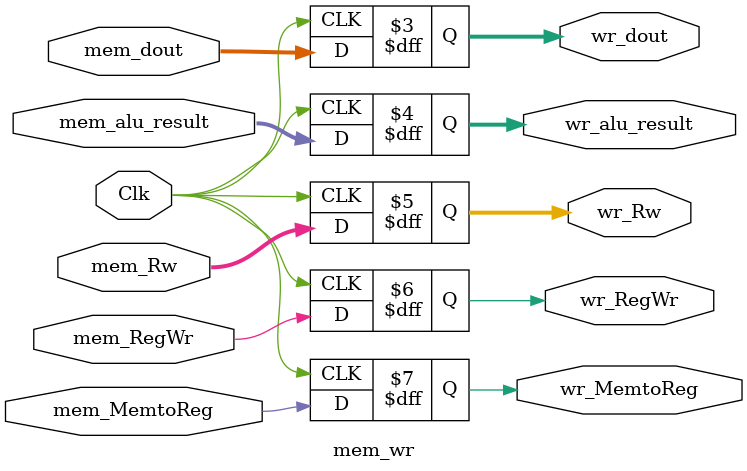
<source format=v>
module mem_wr(Clk, mem_dout, mem_alu_result, mem_Rw, mem_RegWr,
              mem_MemtoReg, wr_dout, wr_alu_result, wr_Rw, wr_RegWr,
              wr_MemtoReg);
    input       Clk;
    input[31:0] mem_dout;
    input[31:0] mem_alu_result;
    input[4:0]  mem_Rw;
    input       mem_RegWr,mem_MemtoReg;
    
    output reg [31:0] wr_dout;
    output reg [31:0] wr_alu_result;
    output reg [4:0]  wr_Rw;
    output reg        wr_RegWr,wr_MemtoReg;
    
    initial begin
      wr_dout       = 32'd0;
      wr_alu_result = 32'd0;
      wr_Rw         = 5'd0;
      wr_RegWr      = 0;
      wr_MemtoReg   = 0; 
    end
    always @(posedge Clk)
    begin
      wr_dout       <= mem_dout;
      wr_alu_result <= mem_alu_result;
      wr_Rw         <= mem_Rw;
      //control
      wr_RegWr      <= mem_RegWr;
      wr_MemtoReg   <= mem_MemtoReg;
    end
endmodule

</source>
